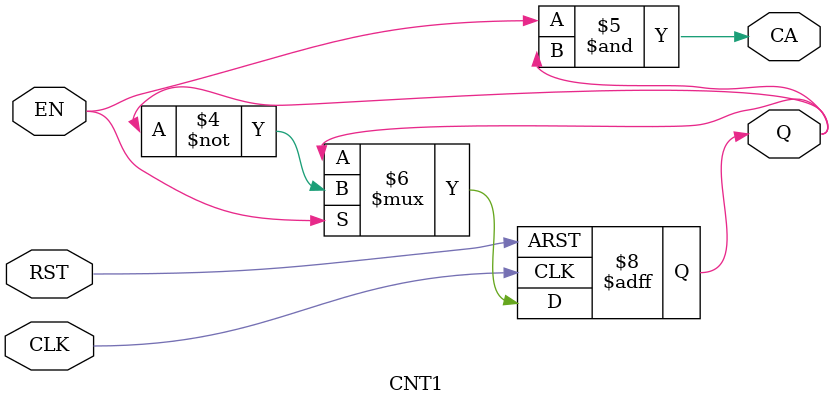
<source format=v>
module CNT16(CLK,RST,Q);
input CLK,RST;
output [15:0] Q;
wire [15:0] CA;

assign Q[0]=1'b0;
CNT1 cnt1(CLK,RST,1'b1,Q[1],CA[1]);
CNT1 cnt2(CLK,RST,CA[1],Q[2],CA[2]);
CNT1 cnt3(CLK,RST,CA[2],Q[3],CA[3]);
CNT1 cnt4(CLK,RST,CA[3],Q[4],CA[4]);
CNT1 cnt5(CLK,RST,CA[4],Q[5],CA[5]);
CNT1 cnt6(CLK,RST,CA[5],Q[6],CA[6]);
CNT1 cnt7(CLK,RST,CA[6],Q[7],CA[7]);
CNT1 cnt8(CLK,RST,CA[7],Q[8],CA[8]);
CNT1 cnt9(CLK,RST,CA[8],Q[9],CA[9]);
CNT1 cnt10(CLK,RST,CA[9],Q[10],CA[10]);
CNT1 cnt11(CLK,RST,CA[10],Q[11],CA[11]);
CNT1 cnt12(CLK,RST,CA[11],Q[12],CA[12]);
CNT1 cnt13(CLK,RST,CA[12],Q[13],CA[13]);
CNT1 cnt14(CLK,RST,CA[13],Q[14],CA[14]);
CNT1 cnt15(CLK,RST,CA[14],Q[15],CA[15]);

endmodule

module CNT1(CLK,RST,EN,Q,CA);
input CLK,RST,EN;
output Q,CA;
reg Q;

always @(posedge CLK or posedge RST)begin
    if(RST==1'b1)
        Q<=1'b0;
    else if(EN==1'b1)
        Q<=~Q; 
end

assign CA=EN&Q;
endmodule
</source>
